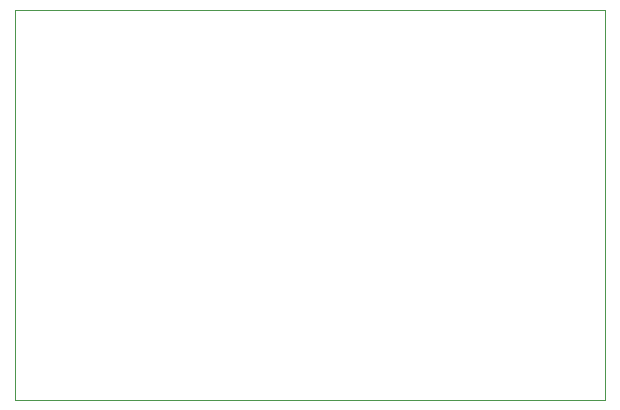
<source format=gbr>
G04 #@! TF.GenerationSoftware,KiCad,Pcbnew,(5.1.2)-2*
G04 #@! TF.CreationDate,2020-04-12T20:05:54-04:00*
G04 #@! TF.ProjectId,usb-serial-interface,7573622d-7365-4726-9961-6c2d696e7465,rev?*
G04 #@! TF.SameCoordinates,Original*
G04 #@! TF.FileFunction,Profile,NP*
%FSLAX46Y46*%
G04 Gerber Fmt 4.6, Leading zero omitted, Abs format (unit mm)*
G04 Created by KiCad (PCBNEW (5.1.2)-2) date 2020-04-12 20:05:54*
%MOMM*%
%LPD*%
G04 APERTURE LIST*
%ADD10C,0.050000*%
G04 APERTURE END LIST*
D10*
X129325000Y-97135000D02*
X79400000Y-97135000D01*
X129325000Y-64135000D02*
X129325000Y-97135000D01*
X79400000Y-64135000D02*
X129325000Y-64135000D01*
X79400000Y-97135000D02*
X79400000Y-64135000D01*
M02*

</source>
